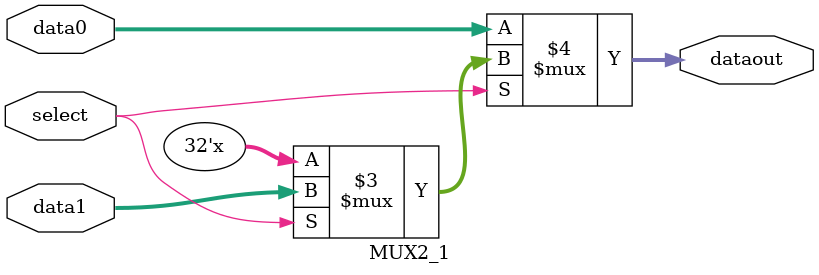
<source format=v>
`timescale 1ns / 1ps
module MUX2_1(
			input [31:0] data0,//ALU_out
			input [31:0] data1,//MEM_out
			input  select,
			output [31:0] dataout
    );
	assign dataout = (select==0) ? data0 ://ALU_out
						  (select==1) ? data1 ://MEM_out
							32'bx;
endmodule

</source>
